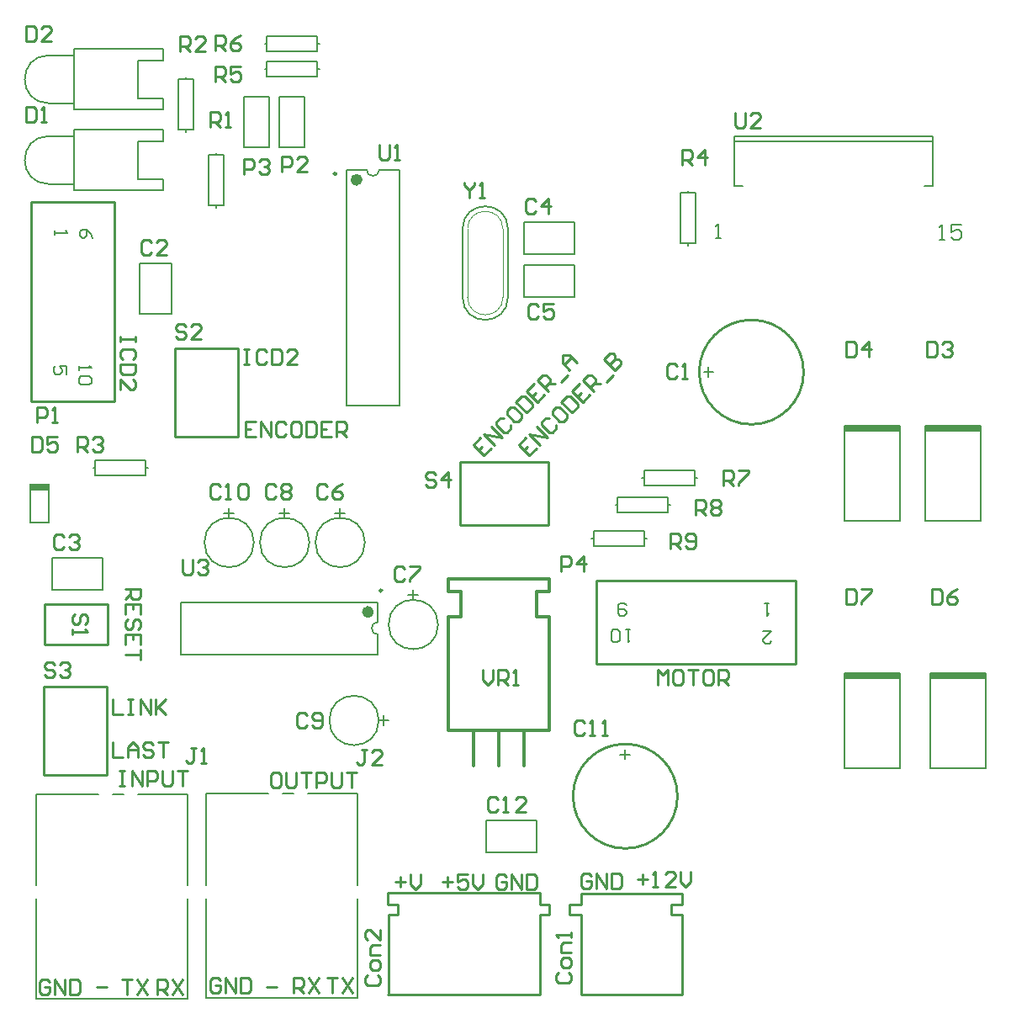
<source format=gto>
%FSLAX23Y23*%
%MOIN*%
G70*
G01*
G75*
%ADD10C,0.020*%
%ADD11C,0.047*%
%ADD12C,0.010*%
%ADD13C,0.059*%
%ADD14O,0.100X0.060*%
G04:AMPARAMS|DCode=15|XSize=100mil|YSize=60mil|CornerRadius=0mil|HoleSize=0mil|Usage=FLASHONLY|Rotation=0.000|XOffset=0mil|YOffset=0mil|HoleType=Round|Shape=Octagon|*
%AMOCTAGOND15*
4,1,8,0.050,-0.015,0.050,0.015,0.035,0.030,-0.035,0.030,-0.050,0.015,-0.050,-0.015,-0.035,-0.030,0.035,-0.030,0.050,-0.015,0.0*
%
%ADD15OCTAGOND15*%

%ADD16C,0.065*%
%ADD17R,0.059X0.059*%
%ADD18C,0.055*%
%ADD19R,0.059X0.059*%
%ADD20C,0.070*%
%ADD21C,0.049*%
%ADD22R,0.049X0.049*%
%ADD23C,0.060*%
%ADD24C,0.050*%
%ADD25R,0.050X0.050*%
G04:AMPARAMS|DCode=26|XSize=80mil|YSize=100mil|CornerRadius=0mil|HoleSize=0mil|Usage=FLASHONLY|Rotation=0.000|XOffset=0mil|YOffset=0mil|HoleType=Round|Shape=Octagon|*
%AMOCTAGOND26*
4,1,8,-0.020,0.050,0.020,0.050,0.040,0.030,0.040,-0.030,0.020,-0.050,-0.020,-0.050,-0.040,-0.030,-0.040,0.030,-0.020,0.050,0.0*
%
%ADD26OCTAGOND26*%

%ADD27P,0.213X8X22.5*%
%ADD28C,0.120*%
%ADD29P,0.130X8X202.5*%
%ADD30C,0.059*%
%ADD31C,0.116*%
%ADD32R,0.059X0.059*%
%ADD33R,0.049X0.049*%
%ADD34R,0.110X0.110*%
%ADD35C,0.110*%
%ADD36R,0.050X0.050*%
%ADD37R,0.070X0.040*%
%ADD38R,0.075X0.040*%
%ADD39R,0.040X0.070*%
%ADD40R,0.040X0.075*%
%ADD41C,0.010*%
%ADD42C,0.002*%
%ADD43C,0.006*%
%ADD44C,0.008*%
%ADD45C,0.024*%
%ADD46C,0.005*%
%ADD47C,0.012*%
%ADD48C,0.006*%
%ADD49C,0.008*%
%ADD50R,0.075X0.031*%
%ADD51R,0.220X0.031*%
%ADD52R,0.220X0.031*%
D12*
X2175Y3965D02*
Y4315D01*
Y3965D02*
X2425D01*
Y4315D01*
X2175D02*
X2425D01*
X2180Y4640D02*
X2430D01*
Y4480D02*
Y4640D01*
X2180Y4480D02*
X2430D01*
X2180D02*
Y4640D01*
X4365Y4735D02*
X5155D01*
X4365Y4405D02*
Y4735D01*
Y4405D02*
X5155D01*
Y4735D01*
X3541Y3096D02*
Y3410D01*
X3540Y3450D02*
Y3496D01*
X4141Y3096D02*
Y3410D01*
X4141Y3450D02*
Y3496D01*
X3540D02*
X4141D01*
X3540Y3095D02*
X4141D01*
X4141Y3450D02*
X4180D01*
Y3411D02*
Y3450D01*
X4141Y3410D02*
X4180D01*
X3541D02*
X3580D01*
Y3411D02*
Y3450D01*
X3541D02*
X3580D01*
X4260Y3450D02*
X4304D01*
X4305Y3451D02*
Y3461D01*
Y3495D01*
X4661Y3411D02*
X4705D01*
X4705Y3095D02*
Y3411D01*
X4661Y3451D02*
X4706D01*
X4661Y3411D02*
Y3451D01*
X4261Y3411D02*
X4305D01*
X4260D02*
Y3450D01*
X4706Y3455D02*
Y3495D01*
X4305Y3495D02*
X4705D01*
X4305Y3095D02*
X4705D01*
X4305D02*
Y3411D01*
X3825Y4955D02*
X4175D01*
Y5205D01*
X3825D02*
X4175D01*
X3825Y4955D02*
Y5205D01*
X2695Y5305D02*
Y5655D01*
Y5305D02*
X2945D01*
Y5655D01*
X2695D02*
X2945D01*
X2125Y5445D02*
Y6235D01*
Y5445D02*
X2455D01*
Y6235D01*
X2125D02*
X2455D01*
X2475Y3980D02*
X2495D01*
X2485D01*
Y3920D01*
X2475D01*
X2495D01*
X2525D02*
Y3980D01*
X2565Y3920D01*
Y3980D01*
X2585Y3920D02*
Y3980D01*
X2615D01*
X2625Y3970D01*
Y3950D01*
X2615Y3940D01*
X2585D01*
X2645Y3980D02*
Y3930D01*
X2655Y3920D01*
X2675D01*
X2685Y3930D01*
Y3980D01*
X2705D02*
X2745D01*
X2725D01*
Y3920D01*
X3105Y3975D02*
X3085D01*
X3075Y3965D01*
Y3925D01*
X3085Y3915D01*
X3105D01*
X3115Y3925D01*
Y3965D01*
X3105Y3975D01*
X3135D02*
Y3925D01*
X3145Y3915D01*
X3165D01*
X3175Y3925D01*
Y3975D01*
X3195D02*
X3235D01*
X3215D01*
Y3915D01*
X3255D02*
Y3975D01*
X3285D01*
X3295Y3965D01*
Y3945D01*
X3285Y3935D01*
X3255D01*
X3315Y3975D02*
Y3925D01*
X3325Y3915D01*
X3345D01*
X3355Y3925D01*
Y3975D01*
X3375D02*
X3415D01*
X3395D01*
Y3915D01*
X2875Y3150D02*
X2865Y3160D01*
X2845D01*
X2835Y3150D01*
Y3110D01*
X2845Y3100D01*
X2865D01*
X2875Y3110D01*
Y3130D01*
X2855D01*
X2895Y3100D02*
Y3160D01*
X2935Y3100D01*
Y3160D01*
X2955D02*
Y3100D01*
X2985D01*
X2995Y3110D01*
Y3150D01*
X2985Y3160D01*
X2955D01*
X3165Y3100D02*
Y3160D01*
X3195D01*
X3205Y3150D01*
Y3130D01*
X3195Y3120D01*
X3165D01*
X3185D02*
X3205Y3100D01*
X3225Y3160D02*
X3265Y3100D01*
Y3160D02*
X3225Y3100D01*
X3300Y3160D02*
X3340D01*
X3320D01*
Y3100D01*
X3360Y3160D02*
X3400Y3100D01*
Y3160D02*
X3360Y3100D01*
X2625Y3095D02*
Y3155D01*
X2655D01*
X2665Y3145D01*
Y3125D01*
X2655Y3115D01*
X2625D01*
X2645D02*
X2665Y3095D01*
X2685Y3155D02*
X2725Y3095D01*
Y3155D02*
X2685Y3095D01*
X2485Y3155D02*
X2525D01*
X2505D01*
Y3095D01*
X2545Y3155D02*
X2585Y3095D01*
Y3155D02*
X2545Y3095D01*
X2200Y3145D02*
X2190Y3155D01*
X2170D01*
X2160Y3145D01*
Y3105D01*
X2170Y3095D01*
X2190D01*
X2200Y3105D01*
Y3125D01*
X2180D01*
X2220Y3095D02*
Y3155D01*
X2260Y3095D01*
Y3155D01*
X2280D02*
Y3095D01*
X2310D01*
X2320Y3105D01*
Y3145D01*
X2310Y3155D01*
X2280D01*
X2385Y3125D02*
X2425D01*
X3060D02*
X3100D01*
X2540Y5700D02*
Y5680D01*
Y5690D01*
X2480D01*
Y5700D01*
Y5680D01*
X2530Y5610D02*
X2540Y5620D01*
Y5640D01*
X2530Y5650D01*
X2490D01*
X2480Y5640D01*
Y5620D01*
X2490Y5610D01*
X2540Y5590D02*
X2480D01*
Y5560D01*
X2490Y5550D01*
X2530D01*
X2540Y5560D01*
Y5590D01*
X2480Y5490D02*
Y5530D01*
X2520Y5490D01*
X2530D01*
X2540Y5500D01*
Y5520D01*
X2530Y5530D01*
X2150Y5360D02*
Y5420D01*
X2180D01*
X2190Y5410D01*
Y5390D01*
X2180Y5380D01*
X2150D01*
X2210Y5360D02*
X2230D01*
X2220D01*
Y5420D01*
X2210Y5410D01*
X4685Y5585D02*
X4675Y5595D01*
X4655D01*
X4645Y5585D01*
Y5545D01*
X4655Y5535D01*
X4675D01*
X4685Y5545D01*
X4705Y5535D02*
X4725D01*
X4715D01*
Y5595D01*
X4705Y5585D01*
X2603Y6074D02*
X2593Y6084D01*
X2573D01*
X2563Y6074D01*
Y6034D01*
X2573Y6024D01*
X2593D01*
X2603Y6034D01*
X2663Y6024D02*
X2623D01*
X2663Y6064D01*
Y6074D01*
X2653Y6084D01*
X2633D01*
X2623Y6074D01*
X2256Y4907D02*
X2246Y4917D01*
X2226D01*
X2216Y4907D01*
Y4867D01*
X2226Y4857D01*
X2246D01*
X2256Y4867D01*
X2276Y4907D02*
X2286Y4917D01*
X2306D01*
X2316Y4907D01*
Y4897D01*
X2306Y4887D01*
X2296D01*
X2306D01*
X2316Y4877D01*
Y4867D01*
X2306Y4857D01*
X2286D01*
X2276Y4867D01*
X4126Y6237D02*
X4116Y6247D01*
X4096D01*
X4086Y6237D01*
Y6197D01*
X4096Y6187D01*
X4116D01*
X4126Y6197D01*
X4176Y6187D02*
Y6247D01*
X4146Y6217D01*
X4186D01*
X4135Y5820D02*
X4125Y5830D01*
X4105D01*
X4095Y5820D01*
Y5780D01*
X4105Y5770D01*
X4125D01*
X4135Y5780D01*
X4195Y5830D02*
X4155D01*
Y5800D01*
X4175Y5810D01*
X4185D01*
X4195Y5800D01*
Y5780D01*
X4185Y5770D01*
X4165D01*
X4155Y5780D01*
X3298Y5108D02*
X3288Y5118D01*
X3268D01*
X3258Y5108D01*
Y5068D01*
X3268Y5058D01*
X3288D01*
X3298Y5068D01*
X3358Y5118D02*
X3338Y5108D01*
X3318Y5088D01*
Y5068D01*
X3328Y5058D01*
X3348D01*
X3358Y5068D01*
Y5078D01*
X3348Y5088D01*
X3318D01*
X3607Y4782D02*
X3597Y4792D01*
X3577D01*
X3567Y4782D01*
Y4742D01*
X3577Y4732D01*
X3597D01*
X3607Y4742D01*
X3627Y4792D02*
X3667D01*
Y4782D01*
X3627Y4742D01*
Y4732D01*
X3097Y5108D02*
X3087Y5118D01*
X3067D01*
X3057Y5108D01*
Y5068D01*
X3067Y5058D01*
X3087D01*
X3097Y5068D01*
X3117Y5108D02*
X3127Y5118D01*
X3147D01*
X3157Y5108D01*
Y5098D01*
X3147Y5088D01*
X3157Y5078D01*
Y5068D01*
X3147Y5058D01*
X3127D01*
X3117Y5068D01*
Y5078D01*
X3127Y5088D01*
X3117Y5098D01*
Y5108D01*
X3127Y5088D02*
X3147D01*
X3220Y4200D02*
X3210Y4210D01*
X3190D01*
X3180Y4200D01*
Y4160D01*
X3190Y4150D01*
X3210D01*
X3220Y4160D01*
X3240D02*
X3250Y4150D01*
X3270D01*
X3280Y4160D01*
Y4200D01*
X3270Y4210D01*
X3250D01*
X3240Y4200D01*
Y4190D01*
X3250Y4180D01*
X3280D01*
X2877Y5108D02*
X2867Y5118D01*
X2847D01*
X2837Y5108D01*
Y5068D01*
X2847Y5058D01*
X2867D01*
X2877Y5068D01*
X2897Y5058D02*
X2917D01*
X2907D01*
Y5118D01*
X2897Y5108D01*
X2947D02*
X2957Y5118D01*
X2977D01*
X2987Y5108D01*
Y5068D01*
X2977Y5058D01*
X2957D01*
X2947Y5068D01*
Y5108D01*
X4318Y4172D02*
X4308Y4182D01*
X4288D01*
X4278Y4172D01*
Y4132D01*
X4288Y4122D01*
X4308D01*
X4318Y4132D01*
X4338Y4122D02*
X4358D01*
X4348D01*
Y4182D01*
X4338Y4172D01*
X4388Y4122D02*
X4408D01*
X4398D01*
Y4182D01*
X4388Y4172D01*
X3976Y3867D02*
X3966Y3877D01*
X3946D01*
X3936Y3867D01*
Y3827D01*
X3946Y3817D01*
X3966D01*
X3976Y3827D01*
X3996Y3817D02*
X4016D01*
X4006D01*
Y3877D01*
X3996Y3867D01*
X4086Y3817D02*
X4046D01*
X4086Y3857D01*
Y3867D01*
X4076Y3877D01*
X4056D01*
X4046Y3867D01*
X2107Y6612D02*
Y6552D01*
X2137D01*
X2147Y6562D01*
Y6602D01*
X2137Y6612D01*
X2107D01*
X2167Y6552D02*
X2187D01*
X2177D01*
Y6612D01*
X2167Y6602D01*
X5676Y5680D02*
Y5620D01*
X5706D01*
X5716Y5630D01*
Y5670D01*
X5706Y5680D01*
X5676D01*
X5736Y5670D02*
X5746Y5680D01*
X5766D01*
X5776Y5670D01*
Y5660D01*
X5766Y5650D01*
X5756D01*
X5766D01*
X5776Y5640D01*
Y5630D01*
X5766Y5620D01*
X5746D01*
X5736Y5630D01*
X5356Y5680D02*
Y5620D01*
X5386D01*
X5396Y5630D01*
Y5670D01*
X5386Y5680D01*
X5356D01*
X5446Y5620D02*
Y5680D01*
X5416Y5650D01*
X5456D01*
X2129Y5303D02*
Y5243D01*
X2159D01*
X2169Y5253D01*
Y5293D01*
X2159Y5303D01*
X2129D01*
X2229D02*
X2189D01*
Y5273D01*
X2209Y5283D01*
X2219D01*
X2229Y5273D01*
Y5253D01*
X2219Y5243D01*
X2199D01*
X2189Y5253D01*
X5696Y4700D02*
Y4640D01*
X5726D01*
X5736Y4650D01*
Y4690D01*
X5726Y4700D01*
X5696D01*
X5796D02*
X5776Y4690D01*
X5756Y4670D01*
Y4650D01*
X5766Y4640D01*
X5786D01*
X5796Y4650D01*
Y4660D01*
X5786Y4670D01*
X5756D01*
X5356Y4700D02*
Y4640D01*
X5386D01*
X5396Y4650D01*
Y4690D01*
X5386Y4700D01*
X5356D01*
X5416D02*
X5456D01*
Y4690D01*
X5416Y4650D01*
Y4640D01*
X2780Y4070D02*
X2760D01*
X2770D01*
Y4020D01*
X2760Y4010D01*
X2750D01*
X2740Y4020D01*
X2800Y4010D02*
X2820D01*
X2810D01*
Y4070D01*
X2800Y4060D01*
X3455Y4065D02*
X3435D01*
X3445D01*
Y4015D01*
X3435Y4005D01*
X3425D01*
X3415Y4015D01*
X3515Y4005D02*
X3475D01*
X3515Y4045D01*
Y4055D01*
X3505Y4065D01*
X3485D01*
X3475Y4055D01*
X3120Y6355D02*
Y6415D01*
X3150D01*
X3160Y6405D01*
Y6385D01*
X3150Y6375D01*
X3120D01*
X3220Y6355D02*
X3180D01*
X3220Y6395D01*
Y6405D01*
X3210Y6415D01*
X3190D01*
X3180Y6405D01*
X2970Y6345D02*
Y6405D01*
X3000D01*
X3010Y6395D01*
Y6375D01*
X3000Y6365D01*
X2970D01*
X3030Y6395D02*
X3040Y6405D01*
X3060D01*
X3070Y6395D01*
Y6385D01*
X3060Y6375D01*
X3050D01*
X3060D01*
X3070Y6365D01*
Y6355D01*
X3060Y6345D01*
X3040D01*
X3030Y6355D01*
X4227Y4770D02*
Y4830D01*
X4257D01*
X4267Y4820D01*
Y4800D01*
X4257Y4790D01*
X4227D01*
X4317Y4770D02*
Y4830D01*
X4287Y4800D01*
X4327D01*
X2836Y6532D02*
Y6592D01*
X2866D01*
X2876Y6582D01*
Y6562D01*
X2866Y6552D01*
X2836D01*
X2856D02*
X2876Y6532D01*
X2896D02*
X2916D01*
X2906D01*
Y6592D01*
X2896Y6582D01*
X2308Y5244D02*
Y5304D01*
X2338D01*
X2348Y5294D01*
Y5274D01*
X2338Y5264D01*
X2308D01*
X2328D02*
X2348Y5244D01*
X2368Y5294D02*
X2378Y5304D01*
X2398D01*
X2408Y5294D01*
Y5284D01*
X2398Y5274D01*
X2388D01*
X2398D01*
X2408Y5264D01*
Y5254D01*
X2398Y5244D01*
X2378D01*
X2368Y5254D01*
X4706Y6382D02*
Y6442D01*
X4736D01*
X4746Y6432D01*
Y6412D01*
X4736Y6402D01*
X4706D01*
X4726D02*
X4746Y6382D01*
X4796D02*
Y6442D01*
X4766Y6412D01*
X4806D01*
X2855Y6710D02*
Y6770D01*
X2885D01*
X2895Y6760D01*
Y6740D01*
X2885Y6730D01*
X2855D01*
X2875D02*
X2895Y6710D01*
X2955Y6770D02*
X2915D01*
Y6740D01*
X2935Y6750D01*
X2945D01*
X2955Y6740D01*
Y6720D01*
X2945Y6710D01*
X2925D01*
X2915Y6720D01*
X2855Y6835D02*
Y6895D01*
X2885D01*
X2895Y6885D01*
Y6865D01*
X2885Y6855D01*
X2855D01*
X2875D02*
X2895Y6835D01*
X2955Y6895D02*
X2935Y6885D01*
X2915Y6865D01*
Y6845D01*
X2925Y6835D01*
X2945D01*
X2955Y6845D01*
Y6855D01*
X2945Y6865D01*
X2915D01*
X4870Y5110D02*
Y5170D01*
X4900D01*
X4910Y5160D01*
Y5140D01*
X4900Y5130D01*
X4870D01*
X4890D02*
X4910Y5110D01*
X4930Y5170D02*
X4970D01*
Y5160D01*
X4930Y5120D01*
Y5110D01*
X4760Y4995D02*
Y5055D01*
X4790D01*
X4800Y5045D01*
Y5025D01*
X4790Y5015D01*
X4760D01*
X4780D02*
X4800Y4995D01*
X4820Y5045D02*
X4830Y5055D01*
X4850D01*
X4860Y5045D01*
Y5035D01*
X4850Y5025D01*
X4860Y5015D01*
Y5005D01*
X4850Y4995D01*
X4830D01*
X4820Y5005D01*
Y5015D01*
X4830Y5025D01*
X4820Y5035D01*
Y5045D01*
X4830Y5025D02*
X4850D01*
X4660Y4860D02*
Y4920D01*
X4690D01*
X4700Y4910D01*
Y4890D01*
X4690Y4880D01*
X4660D01*
X4680D02*
X4700Y4860D01*
X4720Y4870D02*
X4730Y4860D01*
X4750D01*
X4760Y4870D01*
Y4910D01*
X4750Y4920D01*
X4730D01*
X4720Y4910D01*
Y4900D01*
X4730Y4890D01*
X4760D01*
X2340Y4560D02*
X2350Y4570D01*
Y4590D01*
X2340Y4600D01*
X2330D01*
X2320Y4590D01*
Y4570D01*
X2310Y4560D01*
X2300D01*
X2290Y4570D01*
Y4590D01*
X2300Y4600D01*
X2290Y4540D02*
Y4520D01*
Y4530D01*
X2350D01*
X2340Y4540D01*
X2220Y4400D02*
X2210Y4410D01*
X2190D01*
X2180Y4400D01*
Y4390D01*
X2190Y4380D01*
X2210D01*
X2220Y4370D01*
Y4360D01*
X2210Y4350D01*
X2190D01*
X2180Y4360D01*
X2240Y4400D02*
X2250Y4410D01*
X2270D01*
X2280Y4400D01*
Y4390D01*
X2270Y4380D01*
X2260D01*
X2270D01*
X2280Y4370D01*
Y4360D01*
X2270Y4350D01*
X2250D01*
X2240Y4360D01*
X3505Y6460D02*
Y6410D01*
X3515Y6400D01*
X3535D01*
X3545Y6410D01*
Y6460D01*
X3565Y6400D02*
X3585D01*
X3575D01*
Y6460D01*
X3565Y6450D01*
X4917Y6588D02*
Y6538D01*
X4927Y6528D01*
X4947D01*
X4957Y6538D01*
Y6588D01*
X5017Y6528D02*
X4977D01*
X5017Y6568D01*
Y6578D01*
X5007Y6588D01*
X4987D01*
X4977Y6578D01*
X2726Y4819D02*
Y4769D01*
X2736Y4759D01*
X2756D01*
X2766Y4769D01*
Y4819D01*
X2786Y4809D02*
X2796Y4819D01*
X2816D01*
X2826Y4809D01*
Y4799D01*
X2816Y4789D01*
X2806D01*
X2816D01*
X2826Y4779D01*
Y4769D01*
X2816Y4759D01*
X2796D01*
X2786Y4769D01*
X3915Y4380D02*
Y4340D01*
X3935Y4320D01*
X3955Y4340D01*
Y4380D01*
X3975Y4320D02*
Y4380D01*
X4005D01*
X4015Y4370D01*
Y4350D01*
X4005Y4340D01*
X3975D01*
X3995D02*
X4015Y4320D01*
X4035D02*
X4055D01*
X4045D01*
Y4380D01*
X4035Y4370D01*
X3842Y6310D02*
Y6300D01*
X3862Y6280D01*
X3882Y6300D01*
Y6310D01*
X3862Y6280D02*
Y6250D01*
X3902D02*
X3922D01*
X3912D01*
Y6310D01*
X3902Y6300D01*
X2740Y5740D02*
X2730Y5750D01*
X2710D01*
X2700Y5740D01*
Y5730D01*
X2710Y5720D01*
X2730D01*
X2740Y5710D01*
Y5700D01*
X2730Y5690D01*
X2710D01*
X2700Y5700D01*
X2800Y5690D02*
X2760D01*
X2800Y5730D01*
Y5740D01*
X2790Y5750D01*
X2770D01*
X2760Y5740D01*
X2716Y6832D02*
Y6892D01*
X2746D01*
X2756Y6882D01*
Y6862D01*
X2746Y6852D01*
X2716D01*
X2736D02*
X2756Y6832D01*
X2816D02*
X2776D01*
X2816Y6872D01*
Y6882D01*
X2806Y6892D01*
X2786D01*
X2776Y6882D01*
X2107Y6932D02*
Y6872D01*
X2137D01*
X2147Y6882D01*
Y6922D01*
X2137Y6932D01*
X2107D01*
X2207Y6872D02*
X2167D01*
X2207Y6912D01*
Y6922D01*
X2197Y6932D01*
X2177D01*
X2167Y6922D01*
X4215Y3180D02*
X4205Y3170D01*
Y3150D01*
X4215Y3140D01*
X4255D01*
X4265Y3150D01*
Y3170D01*
X4255Y3180D01*
X4265Y3210D02*
Y3230D01*
X4255Y3240D01*
X4235D01*
X4225Y3230D01*
Y3210D01*
X4235Y3200D01*
X4255D01*
X4265Y3210D01*
Y3260D02*
X4225D01*
Y3290D01*
X4235Y3300D01*
X4265D01*
Y3320D02*
Y3340D01*
Y3330D01*
X4205D01*
X4215Y3320D01*
X3460Y3170D02*
X3450Y3160D01*
Y3140D01*
X3460Y3130D01*
X3500D01*
X3510Y3140D01*
Y3160D01*
X3500Y3170D01*
X3510Y3200D02*
Y3220D01*
X3500Y3230D01*
X3480D01*
X3470Y3220D01*
Y3200D01*
X3480Y3190D01*
X3500D01*
X3510Y3200D01*
Y3250D02*
X3470D01*
Y3280D01*
X3480Y3290D01*
X3510D01*
Y3350D02*
Y3310D01*
X3470Y3350D01*
X3460D01*
X3450Y3340D01*
Y3320D01*
X3460Y3310D01*
X3730Y5155D02*
X3720Y5165D01*
X3700D01*
X3690Y5155D01*
Y5145D01*
X3700Y5135D01*
X3720D01*
X3730Y5125D01*
Y5115D01*
X3720Y5105D01*
X3700D01*
X3690Y5115D01*
X3780Y5105D02*
Y5165D01*
X3750Y5135D01*
X3790D01*
X3570Y3540D02*
X3610D01*
X3590Y3560D02*
Y3520D01*
X3630Y3570D02*
Y3530D01*
X3650Y3510D01*
X3670Y3530D01*
Y3570D01*
X3755Y3540D02*
X3795D01*
X3775Y3560D02*
Y3520D01*
X3855Y3570D02*
X3815D01*
Y3540D01*
X3835Y3550D01*
X3845D01*
X3855Y3540D01*
Y3520D01*
X3845Y3510D01*
X3825D01*
X3815Y3520D01*
X3875Y3570D02*
Y3530D01*
X3895Y3510D01*
X3915Y3530D01*
Y3570D01*
X4010Y3560D02*
X4000Y3570D01*
X3980D01*
X3970Y3560D01*
Y3520D01*
X3980Y3510D01*
X4000D01*
X4010Y3520D01*
Y3540D01*
X3990D01*
X4030Y3510D02*
Y3570D01*
X4070Y3510D01*
Y3570D01*
X4090D02*
Y3510D01*
X4120D01*
X4130Y3520D01*
Y3560D01*
X4120Y3570D01*
X4090D01*
X4530Y3550D02*
X4570D01*
X4550Y3570D02*
Y3530D01*
X4590Y3520D02*
X4610D01*
X4600D01*
Y3580D01*
X4590Y3570D01*
X4680Y3520D02*
X4640D01*
X4680Y3560D01*
Y3570D01*
X4670Y3580D01*
X4650D01*
X4640Y3570D01*
X4700Y3580D02*
Y3540D01*
X4720Y3520D01*
X4740Y3540D01*
Y3580D01*
X4345Y3565D02*
X4335Y3575D01*
X4315D01*
X4305Y3565D01*
Y3525D01*
X4315Y3515D01*
X4335D01*
X4345Y3525D01*
Y3545D01*
X4325D01*
X4365Y3515D02*
Y3575D01*
X4405Y3515D01*
Y3575D01*
X4425D02*
Y3515D01*
X4455D01*
X4465Y3525D01*
Y3565D01*
X4455Y3575D01*
X4425D01*
X2450Y4265D02*
Y4205D01*
X2490D01*
X2510Y4265D02*
X2530D01*
X2520D01*
Y4205D01*
X2510D01*
X2530D01*
X2560D02*
Y4265D01*
X2600Y4205D01*
Y4265D01*
X2620D02*
Y4205D01*
Y4225D01*
X2660Y4265D01*
X2630Y4235D01*
X2660Y4205D01*
X2450Y4095D02*
Y4035D01*
X2490D01*
X2510D02*
Y4075D01*
X2530Y4095D01*
X2550Y4075D01*
Y4035D01*
Y4065D01*
X2510D01*
X2610Y4085D02*
X2600Y4095D01*
X2580D01*
X2570Y4085D01*
Y4075D01*
X2580Y4065D01*
X2600D01*
X2610Y4055D01*
Y4045D01*
X2600Y4035D01*
X2580D01*
X2570Y4045D01*
X2630Y4095D02*
X2670D01*
X2650D01*
Y4035D01*
X2500Y4700D02*
X2560D01*
Y4670D01*
X2550Y4660D01*
X2530D01*
X2520Y4670D01*
Y4700D01*
Y4680D02*
X2500Y4660D01*
X2560Y4600D02*
Y4640D01*
X2500D01*
Y4600D01*
X2530Y4640D02*
Y4620D01*
X2550Y4540D02*
X2560Y4550D01*
Y4570D01*
X2550Y4580D01*
X2540D01*
X2530Y4570D01*
Y4550D01*
X2520Y4540D01*
X2510D01*
X2500Y4550D01*
Y4570D01*
X2510Y4580D01*
X2560Y4480D02*
Y4520D01*
X2500D01*
Y4480D01*
X2530Y4520D02*
Y4500D01*
X2560Y4460D02*
Y4420D01*
Y4440D01*
X2500D01*
X2970Y5650D02*
X2990D01*
X2980D01*
Y5590D01*
X2970D01*
X2990D01*
X3060Y5640D02*
X3050Y5650D01*
X3030D01*
X3020Y5640D01*
Y5600D01*
X3030Y5590D01*
X3050D01*
X3060Y5600D01*
X3080Y5650D02*
Y5590D01*
X3110D01*
X3120Y5600D01*
Y5640D01*
X3110Y5650D01*
X3080D01*
X3180Y5590D02*
X3140D01*
X3180Y5630D01*
Y5640D01*
X3170Y5650D01*
X3150D01*
X3140Y5640D01*
X3015Y5365D02*
X2975D01*
Y5305D01*
X3015D01*
X2975Y5335D02*
X2995D01*
X3035Y5305D02*
Y5365D01*
X3075Y5305D01*
Y5365D01*
X3135Y5355D02*
X3125Y5365D01*
X3105D01*
X3095Y5355D01*
Y5315D01*
X3105Y5305D01*
X3125D01*
X3135Y5315D01*
X3185Y5365D02*
X3165D01*
X3155Y5355D01*
Y5315D01*
X3165Y5305D01*
X3185D01*
X3195Y5315D01*
Y5355D01*
X3185Y5365D01*
X3215D02*
Y5305D01*
X3245D01*
X3255Y5315D01*
Y5355D01*
X3245Y5365D01*
X3215D01*
X3315D02*
X3275D01*
Y5305D01*
X3315D01*
X3275Y5335D02*
X3295D01*
X3335Y5305D02*
Y5365D01*
X3365D01*
X3375Y5355D01*
Y5335D01*
X3365Y5325D01*
X3335D01*
X3355D02*
X3375Y5305D01*
X4086Y5301D02*
X4058Y5272D01*
X4100Y5230D01*
X4128Y5258D01*
X4079Y5251D02*
X4093Y5265D01*
X4142Y5272D02*
X4100Y5315D01*
X4171Y5301D01*
X4128Y5343D01*
X4178Y5378D02*
X4164D01*
X4149Y5364D01*
Y5350D01*
X4178Y5322D01*
X4192D01*
X4206Y5336D01*
Y5350D01*
Y5421D02*
X4192Y5407D01*
Y5393D01*
X4220Y5364D01*
X4234D01*
X4248Y5378D01*
Y5393D01*
X4220Y5421D01*
X4206D01*
X4227Y5442D02*
X4270Y5400D01*
X4291Y5421D01*
Y5435D01*
X4263Y5463D01*
X4248D01*
X4227Y5442D01*
X4298Y5513D02*
X4270Y5484D01*
X4312Y5442D01*
X4340Y5470D01*
X4291Y5463D02*
X4305Y5477D01*
X4354Y5484D02*
X4312Y5527D01*
X4333Y5548D01*
X4347D01*
X4362Y5534D01*
Y5520D01*
X4340Y5499D01*
X4354Y5513D02*
X4383Y5513D01*
X4404Y5520D02*
X4432Y5548D01*
X4397Y5612D02*
X4439Y5569D01*
X4461Y5591D01*
Y5605D01*
X4453Y5612D01*
X4439D01*
X4418Y5591D01*
X4439Y5612D01*
Y5626D01*
X4432Y5633D01*
X4418D01*
X4397Y5612D01*
X3906Y5301D02*
X3878Y5272D01*
X3920Y5230D01*
X3948Y5258D01*
X3899Y5251D02*
X3913Y5265D01*
X3962Y5272D02*
X3920Y5315D01*
X3991Y5301D01*
X3948Y5343D01*
X3998Y5378D02*
X3984D01*
X3969Y5364D01*
Y5350D01*
X3998Y5322D01*
X4012D01*
X4026Y5336D01*
Y5350D01*
Y5421D02*
X4012Y5407D01*
Y5393D01*
X4040Y5364D01*
X4054D01*
X4068Y5378D01*
Y5393D01*
X4040Y5421D01*
X4026D01*
X4047Y5442D02*
X4090Y5400D01*
X4111Y5421D01*
Y5435D01*
X4083Y5463D01*
X4068D01*
X4047Y5442D01*
X4118Y5513D02*
X4090Y5484D01*
X4132Y5442D01*
X4160Y5470D01*
X4111Y5463D02*
X4125Y5477D01*
X4174Y5484D02*
X4132Y5527D01*
X4153Y5548D01*
X4167D01*
X4182Y5534D01*
Y5520D01*
X4160Y5499D01*
X4174Y5513D02*
X4203Y5513D01*
X4224Y5520D02*
X4252Y5548D01*
X4259Y5569D02*
X4231Y5598D01*
Y5626D01*
X4259Y5626D01*
X4288Y5598D01*
X4266Y5619D01*
X4238Y5591D01*
X4610Y4320D02*
Y4380D01*
X4630Y4360D01*
X4650Y4380D01*
Y4320D01*
X4700Y4380D02*
X4680D01*
X4670Y4370D01*
Y4330D01*
X4680Y4320D01*
X4700D01*
X4710Y4330D01*
Y4370D01*
X4700Y4380D01*
X4730D02*
X4770D01*
X4750D01*
Y4320D01*
X4820Y4380D02*
X4800D01*
X4790Y4370D01*
Y4330D01*
X4800Y4320D01*
X4820D01*
X4830Y4330D01*
Y4370D01*
X4820Y4380D01*
X4850Y4320D02*
Y4380D01*
X4880D01*
X4890Y4370D01*
Y4350D01*
X4880Y4340D01*
X4850D01*
X4870D02*
X4890Y4320D01*
D41*
X5187Y5560D02*
G03*
X5187Y5560I-207J0D01*
G01*
X3516Y4695D02*
G03*
X3516Y4695I-5J0D01*
G01*
X4687Y3880D02*
G03*
X4687Y3880I-207J0D01*
G01*
X3335Y6346D02*
G03*
X3335Y6346I-5J0D01*
G01*
D42*
X3995Y6127D02*
G03*
X3855Y6127I-70J0D01*
G01*
Y5857D02*
G03*
X3995Y5857I70J0D01*
G01*
Y6127D01*
X3855Y5857D02*
Y6127D01*
D43*
X4015D02*
G03*
X3835Y6127I-90J0D01*
G01*
Y5857D02*
G03*
X4015Y5857I90J0D01*
G01*
Y6127D01*
X3835Y5857D02*
Y6127D01*
D44*
X3500Y4570D02*
G03*
X3500Y4520I0J-25D01*
G01*
X3228Y4885D02*
G03*
X3228Y4885I-98J0D01*
G01*
X3008D02*
G03*
X3008Y4885I-98J0D01*
G01*
X3448D02*
G03*
X3448Y4885I-98J0D01*
G01*
X3738Y4560D02*
G03*
X3738Y4560I-98J0D01*
G01*
X3503Y4180D02*
G03*
X3503Y4180I-98J0D01*
G01*
X3455Y6362D02*
G03*
X3505Y6362I25J0D01*
G01*
X4130Y3657D02*
Y3783D01*
X3930Y3657D02*
Y3783D01*
X4130D01*
X3930Y3657D02*
X4130D01*
X2720Y4649D02*
X3500D01*
X2720Y4441D02*
X3500D01*
Y4570D02*
Y4649D01*
Y4441D02*
Y4520D01*
X2720Y4441D02*
Y4649D01*
X4730Y6270D02*
Y6279D01*
Y6061D02*
Y6070D01*
Y6270D02*
X4760D01*
Y6070D02*
Y6270D01*
X4700Y6070D02*
X4760D01*
X4700D02*
Y6270D01*
X4730D01*
X4080Y6027D02*
Y6153D01*
X4280Y6027D02*
Y6153D01*
X4080Y6027D02*
X4280D01*
X4080Y6153D02*
X4280D01*
X2210Y4697D02*
Y4823D01*
X2410Y4697D02*
Y4823D01*
X2210Y4697D02*
X2410D01*
X2210Y4823D02*
X2410D01*
X2197Y4963D02*
Y5117D01*
X2123Y4963D02*
Y5117D01*
Y4963D02*
X2197D01*
X2557Y5990D02*
X2683D01*
X2557Y5790D02*
X2683D01*
X2557D02*
Y5990D01*
X2683Y5790D02*
Y5990D01*
X2580Y5180D02*
X2589D01*
X2371D02*
X2380D01*
X2580Y5150D02*
Y5180D01*
X2380Y5150D02*
X2580D01*
X2380D02*
Y5210D01*
X2580D01*
Y5180D02*
Y5210D01*
X4911Y6474D02*
X5699D01*
X4911Y6297D02*
Y6494D01*
Y6297D02*
X4945D01*
X4911Y6494D02*
X5699D01*
Y6297D02*
Y6494D01*
X5665Y6297D02*
X5699D01*
X2860Y6420D02*
Y6429D01*
Y6211D02*
Y6220D01*
Y6420D02*
X2890D01*
Y6220D02*
Y6420D01*
X2830Y6220D02*
X2890D01*
X2830D02*
Y6420D01*
X2860D01*
X2740Y6511D02*
Y6520D01*
Y6720D02*
Y6729D01*
X2710Y6520D02*
X2740D01*
X2710D02*
Y6720D01*
X2770D01*
Y6520D02*
Y6720D01*
X2740Y6520D02*
X2770D01*
X2970Y6450D02*
Y6650D01*
Y6450D02*
X3070D01*
Y6650D01*
X2970D02*
X3070D01*
X3110Y6450D02*
Y6650D01*
Y6450D02*
X3210D01*
Y6650D01*
X3110D02*
X3210D01*
X3051Y6760D02*
X3060D01*
X3260D02*
X3269D01*
X3060D02*
Y6790D01*
X3260D01*
Y6730D02*
Y6790D01*
X3060Y6730D02*
X3260D01*
X3060D02*
Y6760D01*
X3260Y6860D02*
X3269D01*
X3051D02*
X3060D01*
X3260Y6830D02*
Y6860D01*
X3060Y6830D02*
X3260D01*
X3060D02*
Y6890D01*
X3260D01*
Y6860D02*
Y6890D01*
X4555Y4900D02*
X4564D01*
X4346D02*
X4355D01*
X4555Y4870D02*
Y4900D01*
X4355Y4870D02*
X4555D01*
X4355D02*
Y4930D01*
X4555D01*
Y4900D02*
Y4930D01*
X4650Y5035D02*
X4659D01*
X4441D02*
X4450D01*
X4650Y5005D02*
Y5035D01*
X4450Y5005D02*
X4650D01*
X4450D02*
Y5065D01*
X4650D01*
Y5035D02*
Y5065D01*
X4755Y5140D02*
X4764D01*
X4546D02*
X4555D01*
X4755Y5110D02*
Y5140D01*
X4555Y5110D02*
X4755D01*
X4555D02*
Y5170D01*
X4755D01*
Y5140D02*
Y5170D01*
X2145Y3078D02*
X2745D01*
X2145D02*
Y3473D01*
Y3527D02*
Y3888D01*
X2392D01*
X2745Y3527D02*
Y3888D01*
Y3078D02*
Y3473D01*
X2548Y3888D02*
X2745D01*
X2448D02*
X2492D01*
X2820Y3080D02*
X3420D01*
X2820D02*
Y3475D01*
Y3529D02*
Y3890D01*
X3067D01*
X3420Y3529D02*
Y3890D01*
Y3080D02*
Y3475D01*
X3223Y3890D02*
X3420D01*
X3123D02*
X3167D01*
X4079Y5859D02*
Y5985D01*
X4280Y5859D02*
Y5985D01*
X4079Y5859D02*
X4280D01*
X4079Y5985D02*
X4280D01*
X3376Y5428D02*
Y6362D01*
X3584Y5428D02*
Y6362D01*
X3376D02*
X3455D01*
X3505D02*
X3584D01*
X3376Y5428D02*
X3584D01*
X5690Y3991D02*
X5910D01*
X5690D02*
Y4369D01*
X5910Y3991D02*
Y4369D01*
X5350Y3991D02*
X5570D01*
X5350D02*
Y4369D01*
X5570Y3991D02*
Y4369D01*
X5670Y4971D02*
X5890D01*
X5670D02*
Y5349D01*
X5890Y4971D02*
Y5349D01*
X5350Y4971D02*
X5570D01*
X5350D02*
Y5349D01*
X5570Y4971D02*
Y5349D01*
D45*
X3472Y4610D02*
G03*
X3472Y4610I-12J0D01*
G01*
X3427Y6322D02*
G03*
X3427Y6322I-12J0D01*
G01*
D46*
X2195Y6495D02*
G03*
X2195Y6305I0J-95D01*
G01*
Y6815D02*
G03*
X2195Y6625I0J-95D01*
G01*
X2650Y6280D02*
Y6325D01*
X2550D02*
X2650D01*
X2550D02*
Y6475D01*
X2650D01*
Y6520D01*
X2195Y6305D02*
X2295D01*
X2195Y6495D02*
X2295D01*
Y6280D02*
X2650D01*
X2295D02*
Y6520D01*
X2650D01*
Y6600D02*
Y6645D01*
X2550D02*
X2650D01*
X2550D02*
Y6795D01*
X2650D01*
Y6840D01*
X2195Y6625D02*
X2295D01*
X2195Y6815D02*
X2295D01*
Y6600D02*
X2650D01*
X2295D02*
Y6840D01*
X2650D01*
D47*
X4080Y4000D02*
Y4140D01*
X3980Y4000D02*
Y4140D01*
X3880Y4000D02*
Y4140D01*
X3780Y4690D02*
Y4740D01*
Y4690D02*
X3830D01*
Y4590D02*
Y4690D01*
X3780Y4590D02*
X3830D01*
X3780Y4140D02*
Y4590D01*
Y4140D02*
X4180D01*
Y4590D01*
X4130D02*
X4180D01*
X4130D02*
Y4690D01*
X4180D01*
Y4740D01*
X3780D02*
X4180D01*
D48*
X4830Y5560D02*
X4791D01*
X4810Y5541D02*
Y5580D01*
X4480Y4065D02*
Y4026D01*
X4499Y4045D02*
X4460D01*
X4840Y6090D02*
X4860D01*
X4850D01*
Y6149D01*
X4840Y6139D01*
X5724Y6085D02*
X5744D01*
X5734D01*
Y6144D01*
X5724Y6134D01*
X5813Y6144D02*
X5773D01*
Y6115D01*
X5793Y6124D01*
X5803D01*
X5813Y6115D01*
Y6095D01*
X5803Y6085D01*
X5783D01*
X5773Y6095D01*
X3130Y5022D02*
Y4982D01*
X3150Y5002D02*
X3110D01*
X2910Y5022D02*
Y4982D01*
X2930Y5002D02*
X2890D01*
X3350Y5022D02*
Y4982D01*
X3370Y5002D02*
X3330D01*
X3640Y4697D02*
Y4657D01*
X3660Y4677D02*
X3620D01*
X3542Y4180D02*
X3502D01*
X3522Y4160D02*
Y4200D01*
D49*
X5027Y4535D02*
X5060D01*
X5027Y4502D01*
Y4493D01*
X5035Y4485D01*
X5052D01*
X5060Y4493D01*
X5050Y4645D02*
X5033D01*
X5042D01*
Y4595D01*
X5050Y4603D01*
X4485Y4637D02*
X4477Y4645D01*
X4460D01*
X4452Y4637D01*
Y4603D01*
X4460Y4595D01*
X4477D01*
X4485Y4603D01*
Y4612D01*
X4477Y4620D01*
X4452D01*
X4500Y4540D02*
X4483D01*
X4492D01*
Y4490D01*
X4500Y4498D01*
X4458D02*
X4450Y4490D01*
X4433D01*
X4425Y4498D01*
Y4532D01*
X4433Y4540D01*
X4450D01*
X4458Y4532D01*
Y4498D01*
X2220Y6120D02*
Y6103D01*
Y6112D01*
X2270D01*
X2262Y6120D01*
X2265Y5552D02*
Y5585D01*
X2240D01*
X2248Y5568D01*
Y5560D01*
X2240Y5552D01*
X2223D01*
X2215Y5560D01*
Y5577D01*
X2223Y5585D01*
X2315D02*
Y5568D01*
Y5577D01*
X2365D01*
X2357Y5585D01*
Y5543D02*
X2365Y5535D01*
Y5518D01*
X2357Y5510D01*
X2323D01*
X2315Y5518D01*
Y5535D01*
X2323Y5543D01*
X2357D01*
X2370Y6092D02*
X2362Y6108D01*
X2345Y6125D01*
X2328D01*
X2320Y6117D01*
Y6100D01*
X2328Y6092D01*
X2337D01*
X2345Y6100D01*
Y6125D01*
D50*
X2160Y5105D02*
D03*
D51*
X5800Y4357D02*
D03*
X5460D02*
D03*
Y5337D02*
D03*
D52*
X5780Y5337D02*
D03*
M02*

</source>
